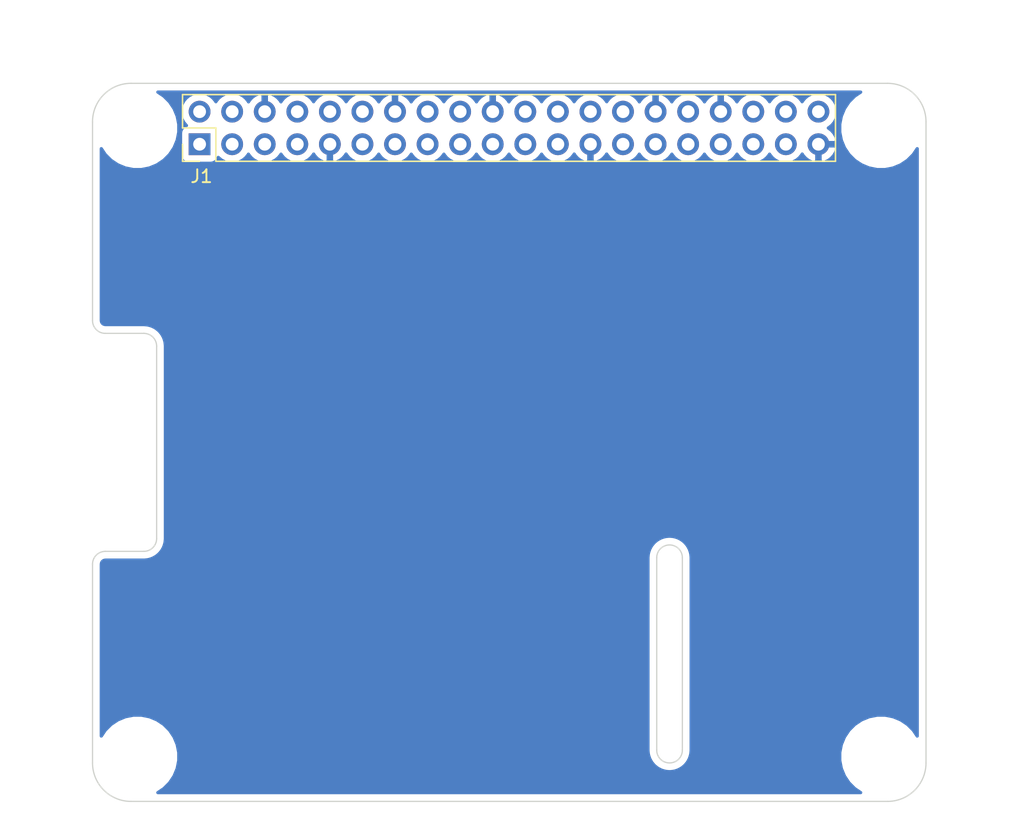
<source format=kicad_pcb>
(kicad_pcb (version 20171130) (host pcbnew "(5.1.2)-2")

  (general
    (thickness 1.6)
    (drawings 36)
    (tracks 0)
    (zones 0)
    (modules 5)
    (nets 34)
  )

  (page A4)
  (title_block
    (date 2019-09-24)
  )

  (layers
    (0 F.Cu signal)
    (31 B.Cu signal)
    (32 B.Adhes user)
    (33 F.Adhes user)
    (34 B.Paste user)
    (35 F.Paste user)
    (36 B.SilkS user)
    (37 F.SilkS user)
    (38 B.Mask user)
    (39 F.Mask user)
    (40 Dwgs.User user)
    (41 Cmts.User user)
    (42 Eco1.User user)
    (43 Eco2.User user)
    (44 Edge.Cuts user)
    (45 Margin user)
    (46 B.CrtYd user)
    (47 F.CrtYd user)
    (48 B.Fab user)
    (49 F.Fab user)
  )

  (setup
    (last_trace_width 0.25)
    (user_trace_width 0.01)
    (user_trace_width 0.02)
    (user_trace_width 0.05)
    (user_trace_width 0.1)
    (user_trace_width 0.2)
    (trace_clearance 0.2)
    (zone_clearance 0.508)
    (zone_45_only no)
    (trace_min 0.01)
    (via_size 0.6)
    (via_drill 0.4)
    (via_min_size 0.4)
    (via_min_drill 0.3)
    (uvia_size 0.3)
    (uvia_drill 0.1)
    (uvias_allowed no)
    (uvia_min_size 0.2)
    (uvia_min_drill 0.1)
    (edge_width 0.1)
    (segment_width 0.2)
    (pcb_text_width 0.3)
    (pcb_text_size 1.5 1.5)
    (mod_edge_width 0.15)
    (mod_text_size 1 1)
    (mod_text_width 0.15)
    (pad_size 2.75 2.75)
    (pad_drill 2.75)
    (pad_to_mask_clearance 0)
    (aux_axis_origin 0 0)
    (visible_elements 7FFEFFFF)
    (pcbplotparams
      (layerselection 0x00030_80000001)
      (usegerberextensions false)
      (usegerberattributes false)
      (usegerberadvancedattributes false)
      (creategerberjobfile false)
      (excludeedgelayer true)
      (linewidth 0.100000)
      (plotframeref false)
      (viasonmask false)
      (mode 1)
      (useauxorigin false)
      (hpglpennumber 1)
      (hpglpenspeed 20)
      (hpglpendiameter 15.000000)
      (psnegative false)
      (psa4output false)
      (plotreference true)
      (plotvalue true)
      (plotinvisibletext false)
      (padsonsilk false)
      (subtractmaskfromsilk false)
      (outputformat 1)
      (mirror false)
      (drillshape 0)
      (scaleselection 1)
      (outputdirectory "meta/"))
  )

  (net 0 "")
  (net 1 "Net-(J1-Pad3)")
  (net 2 "Net-(J1-Pad5)")
  (net 3 "Net-(J1-Pad7)")
  (net 4 "Net-(J1-Pad8)")
  (net 5 "Net-(J1-Pad10)")
  (net 6 "Net-(J1-Pad11)")
  (net 7 "Net-(J1-Pad12)")
  (net 8 "Net-(J1-Pad13)")
  (net 9 "Net-(J1-Pad15)")
  (net 10 "Net-(J1-Pad16)")
  (net 11 "Net-(J1-Pad18)")
  (net 12 "Net-(J1-Pad19)")
  (net 13 "Net-(J1-Pad21)")
  (net 14 "Net-(J1-Pad22)")
  (net 15 "Net-(J1-Pad23)")
  (net 16 "Net-(J1-Pad24)")
  (net 17 "Net-(J1-Pad26)")
  (net 18 "Net-(J1-Pad27)")
  (net 19 "Net-(J1-Pad28)")
  (net 20 "Net-(J1-Pad29)")
  (net 21 "Net-(J1-Pad31)")
  (net 22 "Net-(J1-Pad32)")
  (net 23 "Net-(J1-Pad33)")
  (net 24 "Net-(J1-Pad35)")
  (net 25 "Net-(J1-Pad36)")
  (net 26 "Net-(J1-Pad37)")
  (net 27 "Net-(J1-Pad38)")
  (net 28 "Net-(J1-Pad40)")
  (net 29 GND)
  (net 30 "Net-(J1-Pad1)")
  (net 31 "Net-(J1-Pad2)")
  (net 32 "Net-(J1-Pad4)")
  (net 33 "Net-(J1-Pad17)")

  (net_class Default "This is the default net class."
    (clearance 0.2)
    (trace_width 0.25)
    (via_dia 0.6)
    (via_drill 0.4)
    (uvia_dia 0.3)
    (uvia_drill 0.1)
    (add_net GND)
    (add_net "Net-(J1-Pad1)")
    (add_net "Net-(J1-Pad10)")
    (add_net "Net-(J1-Pad11)")
    (add_net "Net-(J1-Pad12)")
    (add_net "Net-(J1-Pad13)")
    (add_net "Net-(J1-Pad15)")
    (add_net "Net-(J1-Pad16)")
    (add_net "Net-(J1-Pad17)")
    (add_net "Net-(J1-Pad18)")
    (add_net "Net-(J1-Pad19)")
    (add_net "Net-(J1-Pad2)")
    (add_net "Net-(J1-Pad21)")
    (add_net "Net-(J1-Pad22)")
    (add_net "Net-(J1-Pad23)")
    (add_net "Net-(J1-Pad24)")
    (add_net "Net-(J1-Pad26)")
    (add_net "Net-(J1-Pad27)")
    (add_net "Net-(J1-Pad28)")
    (add_net "Net-(J1-Pad29)")
    (add_net "Net-(J1-Pad3)")
    (add_net "Net-(J1-Pad31)")
    (add_net "Net-(J1-Pad32)")
    (add_net "Net-(J1-Pad33)")
    (add_net "Net-(J1-Pad35)")
    (add_net "Net-(J1-Pad36)")
    (add_net "Net-(J1-Pad37)")
    (add_net "Net-(J1-Pad38)")
    (add_net "Net-(J1-Pad4)")
    (add_net "Net-(J1-Pad40)")
    (add_net "Net-(J1-Pad5)")
    (add_net "Net-(J1-Pad7)")
    (add_net "Net-(J1-Pad8)")
  )

  (module RPi_Hat:RPi_Hat_Mounting_Hole locked (layer F.Cu) (tedit 55217C7B) (tstamp 5515DEA9)
    (at 95.5 38)
    (descr "Mounting hole, Befestigungsbohrung, 2,7mm, No Annular, Kein Restring,")
    (tags "Mounting hole, Befestigungsbohrung, 2,7mm, No Annular, Kein Restring,")
    (fp_text reference "" (at 0 -4.0005) (layer F.SilkS) hide
      (effects (font (size 1 1) (thickness 0.15)))
    )
    (fp_text value "" (at 0.09906 3.59918) (layer F.Fab) hide
      (effects (font (size 1 1) (thickness 0.15)))
    )
    (fp_circle (center 0 0) (end 1.375 0) (layer F.Fab) (width 0.15))
    (fp_circle (center 0 0) (end 3.1 0) (layer F.Fab) (width 0.15))
    (fp_circle (center 0 0) (end 3.1 0) (layer B.Fab) (width 0.15))
    (fp_circle (center 0 0) (end 1.375 0) (layer B.Fab) (width 0.15))
    (fp_circle (center 0 0) (end 3.1 0) (layer F.CrtYd) (width 0.15))
    (fp_circle (center 0 0) (end 3.1 0) (layer B.CrtYd) (width 0.15))
    (pad "" np_thru_hole circle (at 0 0) (size 2.75 2.75) (drill 2.75) (layers *.Cu *.Mask)
      (solder_mask_margin 1.725) (clearance 1.725))
  )

  (module RPi_Hat:RPi_Hat_Mounting_Hole locked (layer F.Cu) (tedit 55217CCB) (tstamp 55169DC9)
    (at 95.5 87)
    (descr "Mounting hole, Befestigungsbohrung, 2,7mm, No Annular, Kein Restring,")
    (tags "Mounting hole, Befestigungsbohrung, 2,7mm, No Annular, Kein Restring,")
    (fp_text reference "" (at 0 -4.0005) (layer F.SilkS) hide
      (effects (font (size 1 1) (thickness 0.15)))
    )
    (fp_text value "" (at 0.09906 3.59918) (layer F.Fab) hide
      (effects (font (size 1 1) (thickness 0.15)))
    )
    (fp_circle (center 0 0) (end 1.375 0) (layer F.Fab) (width 0.15))
    (fp_circle (center 0 0) (end 3.1 0) (layer F.Fab) (width 0.15))
    (fp_circle (center 0 0) (end 3.1 0) (layer B.Fab) (width 0.15))
    (fp_circle (center 0 0) (end 1.375 0) (layer B.Fab) (width 0.15))
    (fp_circle (center 0 0) (end 3.1 0) (layer F.CrtYd) (width 0.15))
    (fp_circle (center 0 0) (end 3.1 0) (layer B.CrtYd) (width 0.15))
    (pad "" np_thru_hole circle (at 0 0) (size 2.75 2.75) (drill 2.75) (layers *.Cu *.Mask)
      (solder_mask_margin 1.725) (clearance 1.725))
  )

  (module RPi_Hat:RPi_Hat_Mounting_Hole locked (layer F.Cu) (tedit 55217CB9) (tstamp 5515DECC)
    (at 37.5 87)
    (descr "Mounting hole, Befestigungsbohrung, 2,7mm, No Annular, Kein Restring,")
    (tags "Mounting hole, Befestigungsbohrung, 2,7mm, No Annular, Kein Restring,")
    (fp_text reference "" (at 0 -4.0005) (layer F.SilkS) hide
      (effects (font (size 1 1) (thickness 0.15)))
    )
    (fp_text value "" (at 0.09906 3.59918) (layer F.Fab) hide
      (effects (font (size 1 1) (thickness 0.15)))
    )
    (fp_circle (center 0 0) (end 1.375 0) (layer F.Fab) (width 0.15))
    (fp_circle (center 0 0) (end 3.1 0) (layer F.Fab) (width 0.15))
    (fp_circle (center 0 0) (end 3.1 0) (layer B.Fab) (width 0.15))
    (fp_circle (center 0 0) (end 1.375 0) (layer B.Fab) (width 0.15))
    (fp_circle (center 0 0) (end 3.1 0) (layer F.CrtYd) (width 0.15))
    (fp_circle (center 0 0) (end 3.1 0) (layer B.CrtYd) (width 0.15))
    (pad "" np_thru_hole circle (at 0 0) (size 2.75 2.75) (drill 2.75) (layers *.Cu *.Mask)
      (solder_mask_margin 1.725) (clearance 1.725))
  )

  (module RPi_Hat:RPi_Hat_Mounting_Hole locked (layer F.Cu) (tedit 55217CA2) (tstamp 5515DEBF)
    (at 37.5 38)
    (descr "Mounting hole, Befestigungsbohrung, 2,7mm, No Annular, Kein Restring,")
    (tags "Mounting hole, Befestigungsbohrung, 2,7mm, No Annular, Kein Restring,")
    (fp_text reference "" (at 0 -4.0005) (layer F.SilkS) hide
      (effects (font (size 1 1) (thickness 0.15)))
    )
    (fp_text value "" (at 0.09906 3.59918) (layer F.Fab) hide
      (effects (font (size 1 1) (thickness 0.15)))
    )
    (fp_circle (center 0 0) (end 1.375 0) (layer F.Fab) (width 0.15))
    (fp_circle (center 0 0) (end 3.1 0) (layer F.Fab) (width 0.15))
    (fp_circle (center 0 0) (end 3.1 0) (layer B.Fab) (width 0.15))
    (fp_circle (center 0 0) (end 1.375 0) (layer B.Fab) (width 0.15))
    (fp_circle (center 0 0) (end 3.1 0) (layer F.CrtYd) (width 0.15))
    (fp_circle (center 0 0) (end 3.1 0) (layer B.CrtYd) (width 0.15))
    (pad "" np_thru_hole circle (at 0 0) (size 2.75 2.75) (drill 2.75) (layers *.Cu *.Mask)
      (solder_mask_margin 1.725) (clearance 1.725))
  )

  (module Connector_PinHeader_2.54mm:PinHeader_2x20_P2.54mm_Vertical (layer F.Cu) (tedit 59FED5CC) (tstamp 5D89FD4C)
    (at 42.35 39.25 90)
    (descr "Through hole straight pin header, 2x20, 2.54mm pitch, double rows")
    (tags "Through hole pin header THT 2x20 2.54mm double row")
    (path /5D8A302A)
    (fp_text reference J1 (at -2.5 0.15 180) (layer F.SilkS)
      (effects (font (size 1 1) (thickness 0.15)))
    )
    (fp_text value Raspberry_Pi_2_3 (at 1.27 50.59 90) (layer F.Fab)
      (effects (font (size 1 1) (thickness 0.15)))
    )
    (fp_line (start 0 -1.27) (end 3.81 -1.27) (layer F.Fab) (width 0.1))
    (fp_line (start 3.81 -1.27) (end 3.81 49.53) (layer F.Fab) (width 0.1))
    (fp_line (start 3.81 49.53) (end -1.27 49.53) (layer F.Fab) (width 0.1))
    (fp_line (start -1.27 49.53) (end -1.27 0) (layer F.Fab) (width 0.1))
    (fp_line (start -1.27 0) (end 0 -1.27) (layer F.Fab) (width 0.1))
    (fp_line (start -1.33 49.59) (end 3.87 49.59) (layer F.SilkS) (width 0.12))
    (fp_line (start -1.33 1.27) (end -1.33 49.59) (layer F.SilkS) (width 0.12))
    (fp_line (start 3.87 -1.33) (end 3.87 49.59) (layer F.SilkS) (width 0.12))
    (fp_line (start -1.33 1.27) (end 1.27 1.27) (layer F.SilkS) (width 0.12))
    (fp_line (start 1.27 1.27) (end 1.27 -1.33) (layer F.SilkS) (width 0.12))
    (fp_line (start 1.27 -1.33) (end 3.87 -1.33) (layer F.SilkS) (width 0.12))
    (fp_line (start -1.33 0) (end -1.33 -1.33) (layer F.SilkS) (width 0.12))
    (fp_line (start -1.33 -1.33) (end 0 -1.33) (layer F.SilkS) (width 0.12))
    (fp_line (start -1.8 -1.8) (end -1.8 50.05) (layer F.CrtYd) (width 0.05))
    (fp_line (start -1.8 50.05) (end 4.35 50.05) (layer F.CrtYd) (width 0.05))
    (fp_line (start 4.35 50.05) (end 4.35 -1.8) (layer F.CrtYd) (width 0.05))
    (fp_line (start 4.35 -1.8) (end -1.8 -1.8) (layer F.CrtYd) (width 0.05))
    (fp_text user %R (at 1.27 24.13) (layer F.Fab)
      (effects (font (size 1 1) (thickness 0.15)))
    )
    (pad 1 thru_hole rect (at 0 0 90) (size 1.7 1.7) (drill 1) (layers *.Cu *.Mask)
      (net 30 "Net-(J1-Pad1)"))
    (pad 2 thru_hole oval (at 2.54 0 90) (size 1.7 1.7) (drill 1) (layers *.Cu *.Mask)
      (net 31 "Net-(J1-Pad2)"))
    (pad 3 thru_hole oval (at 0 2.54 90) (size 1.7 1.7) (drill 1) (layers *.Cu *.Mask)
      (net 1 "Net-(J1-Pad3)"))
    (pad 4 thru_hole oval (at 2.54 2.54 90) (size 1.7 1.7) (drill 1) (layers *.Cu *.Mask)
      (net 32 "Net-(J1-Pad4)"))
    (pad 5 thru_hole oval (at 0 5.08 90) (size 1.7 1.7) (drill 1) (layers *.Cu *.Mask)
      (net 2 "Net-(J1-Pad5)"))
    (pad 6 thru_hole oval (at 2.54 5.08 90) (size 1.7 1.7) (drill 1) (layers *.Cu *.Mask)
      (net 29 GND))
    (pad 7 thru_hole oval (at 0 7.62 90) (size 1.7 1.7) (drill 1) (layers *.Cu *.Mask)
      (net 3 "Net-(J1-Pad7)"))
    (pad 8 thru_hole oval (at 2.54 7.62 90) (size 1.7 1.7) (drill 1) (layers *.Cu *.Mask)
      (net 4 "Net-(J1-Pad8)"))
    (pad 9 thru_hole oval (at 0 10.16 90) (size 1.7 1.7) (drill 1) (layers *.Cu *.Mask)
      (net 29 GND))
    (pad 10 thru_hole oval (at 2.54 10.16 90) (size 1.7 1.7) (drill 1) (layers *.Cu *.Mask)
      (net 5 "Net-(J1-Pad10)"))
    (pad 11 thru_hole oval (at 0 12.7 90) (size 1.7 1.7) (drill 1) (layers *.Cu *.Mask)
      (net 6 "Net-(J1-Pad11)"))
    (pad 12 thru_hole oval (at 2.54 12.7 90) (size 1.7 1.7) (drill 1) (layers *.Cu *.Mask)
      (net 7 "Net-(J1-Pad12)"))
    (pad 13 thru_hole oval (at 0 15.24 90) (size 1.7 1.7) (drill 1) (layers *.Cu *.Mask)
      (net 8 "Net-(J1-Pad13)"))
    (pad 14 thru_hole oval (at 2.54 15.24 90) (size 1.7 1.7) (drill 1) (layers *.Cu *.Mask)
      (net 29 GND))
    (pad 15 thru_hole oval (at 0 17.78 90) (size 1.7 1.7) (drill 1) (layers *.Cu *.Mask)
      (net 9 "Net-(J1-Pad15)"))
    (pad 16 thru_hole oval (at 2.54 17.78 90) (size 1.7 1.7) (drill 1) (layers *.Cu *.Mask)
      (net 10 "Net-(J1-Pad16)"))
    (pad 17 thru_hole oval (at 0 20.32 90) (size 1.7 1.7) (drill 1) (layers *.Cu *.Mask)
      (net 33 "Net-(J1-Pad17)"))
    (pad 18 thru_hole oval (at 2.54 20.32 90) (size 1.7 1.7) (drill 1) (layers *.Cu *.Mask)
      (net 11 "Net-(J1-Pad18)"))
    (pad 19 thru_hole oval (at 0 22.86 90) (size 1.7 1.7) (drill 1) (layers *.Cu *.Mask)
      (net 12 "Net-(J1-Pad19)"))
    (pad 20 thru_hole oval (at 2.54 22.86 90) (size 1.7 1.7) (drill 1) (layers *.Cu *.Mask)
      (net 29 GND))
    (pad 21 thru_hole oval (at 0 25.4 90) (size 1.7 1.7) (drill 1) (layers *.Cu *.Mask)
      (net 13 "Net-(J1-Pad21)"))
    (pad 22 thru_hole oval (at 2.54 25.4 90) (size 1.7 1.7) (drill 1) (layers *.Cu *.Mask)
      (net 14 "Net-(J1-Pad22)"))
    (pad 23 thru_hole oval (at 0 27.94 90) (size 1.7 1.7) (drill 1) (layers *.Cu *.Mask)
      (net 15 "Net-(J1-Pad23)"))
    (pad 24 thru_hole oval (at 2.54 27.94 90) (size 1.7 1.7) (drill 1) (layers *.Cu *.Mask)
      (net 16 "Net-(J1-Pad24)"))
    (pad 25 thru_hole oval (at 0 30.48 90) (size 1.7 1.7) (drill 1) (layers *.Cu *.Mask)
      (net 29 GND))
    (pad 26 thru_hole oval (at 2.54 30.48 90) (size 1.7 1.7) (drill 1) (layers *.Cu *.Mask)
      (net 17 "Net-(J1-Pad26)"))
    (pad 27 thru_hole oval (at 0 33.02 90) (size 1.7 1.7) (drill 1) (layers *.Cu *.Mask)
      (net 18 "Net-(J1-Pad27)"))
    (pad 28 thru_hole oval (at 2.54 33.02 90) (size 1.7 1.7) (drill 1) (layers *.Cu *.Mask)
      (net 19 "Net-(J1-Pad28)"))
    (pad 29 thru_hole oval (at 0 35.56 90) (size 1.7 1.7) (drill 1) (layers *.Cu *.Mask)
      (net 20 "Net-(J1-Pad29)"))
    (pad 30 thru_hole oval (at 2.54 35.56 90) (size 1.7 1.7) (drill 1) (layers *.Cu *.Mask)
      (net 29 GND))
    (pad 31 thru_hole oval (at 0 38.1 90) (size 1.7 1.7) (drill 1) (layers *.Cu *.Mask)
      (net 21 "Net-(J1-Pad31)"))
    (pad 32 thru_hole oval (at 2.54 38.1 90) (size 1.7 1.7) (drill 1) (layers *.Cu *.Mask)
      (net 22 "Net-(J1-Pad32)"))
    (pad 33 thru_hole oval (at 0 40.64 90) (size 1.7 1.7) (drill 1) (layers *.Cu *.Mask)
      (net 23 "Net-(J1-Pad33)"))
    (pad 34 thru_hole oval (at 2.54 40.64 90) (size 1.7 1.7) (drill 1) (layers *.Cu *.Mask)
      (net 29 GND))
    (pad 35 thru_hole oval (at 0 43.18 90) (size 1.7 1.7) (drill 1) (layers *.Cu *.Mask)
      (net 24 "Net-(J1-Pad35)"))
    (pad 36 thru_hole oval (at 2.54 43.18 90) (size 1.7 1.7) (drill 1) (layers *.Cu *.Mask)
      (net 25 "Net-(J1-Pad36)"))
    (pad 37 thru_hole oval (at 0 45.72 90) (size 1.7 1.7) (drill 1) (layers *.Cu *.Mask)
      (net 26 "Net-(J1-Pad37)"))
    (pad 38 thru_hole oval (at 2.54 45.72 90) (size 1.7 1.7) (drill 1) (layers *.Cu *.Mask)
      (net 27 "Net-(J1-Pad38)"))
    (pad 39 thru_hole oval (at 0 48.26 90) (size 1.7 1.7) (drill 1) (layers *.Cu *.Mask)
      (net 29 GND))
    (pad 40 thru_hole oval (at 2.54 48.26 90) (size 1.7 1.7) (drill 1) (layers *.Cu *.Mask)
      (net 28 "Net-(J1-Pad40)"))
    (model ${KISYS3DMOD}/Connector_PinHeader_2.54mm.3dshapes/PinHeader_2x20_P2.54mm_Vertical.wrl
      (at (xyz 0 0 0))
      (scale (xyz 1 1 1))
      (rotate (xyz 0 0 0))
    )
  )

  (dimension 2.75 (width 0.15) (layer Dwgs.User)
    (gr_text "2.750 mm" (at 37.5 93.3) (layer Dwgs.User)
      (effects (font (size 1 1) (thickness 0.15)))
    )
    (feature1 (pts (xy 36.125 87) (xy 36.125 92.586421)))
    (feature2 (pts (xy 38.875 87) (xy 38.875 92.586421)))
    (crossbar (pts (xy 38.875 92) (xy 36.125 92)))
    (arrow1a (pts (xy 36.125 92) (xy 37.251504 91.413579)))
    (arrow1b (pts (xy 36.125 92) (xy 37.251504 92.586421)))
    (arrow2a (pts (xy 38.875 92) (xy 37.748496 91.413579)))
    (arrow2b (pts (xy 38.875 92) (xy 37.748496 92.586421)))
  )
  (dimension 3 (width 0.15) (layer Dwgs.User)
    (gr_text "3.000 mm" (at 82.8 89 270) (layer Dwgs.User)
      (effects (font (size 1 1) (thickness 0.15)))
    )
    (feature1 (pts (xy 79 90.5) (xy 82.086421 90.5)))
    (feature2 (pts (xy 79 87.5) (xy 82.086421 87.5)))
    (crossbar (pts (xy 81.5 87.5) (xy 81.5 90.5)))
    (arrow1a (pts (xy 81.5 90.5) (xy 80.913579 89.373496)))
    (arrow1b (pts (xy 81.5 90.5) (xy 82.086421 89.373496)))
    (arrow2a (pts (xy 81.5 87.5) (xy 80.913579 88.626504)))
    (arrow2b (pts (xy 81.5 87.5) (xy 82.086421 88.626504)))
  )
  (dimension 3.5 (width 0.15) (layer Dwgs.User)
    (gr_text "3.500 mm hole center to board edge" (at 90.45 88.75 270) (layer Dwgs.User)
      (effects (font (size 1 1) (thickness 0.15)))
    )
    (feature1 (pts (xy 95.5 90.5) (xy 91.163579 90.5)))
    (feature2 (pts (xy 95.5 87) (xy 91.163579 87)))
    (crossbar (pts (xy 91.75 87) (xy 91.75 90.5)))
    (arrow1a (pts (xy 91.75 90.5) (xy 91.163579 89.373496)))
    (arrow1b (pts (xy 91.75 90.5) (xy 92.336421 89.373496)))
    (arrow2a (pts (xy 91.75 87) (xy 91.163579 88.126504)))
    (arrow2b (pts (xy 91.75 87) (xy 92.336421 88.126504)))
  )
  (dimension 3 (width 0.15) (layer Dwgs.User)
    (gr_text "3.000 mm arc radius" (at 99.05 89 270) (layer Dwgs.User)
      (effects (font (size 1 1) (thickness 0.15)))
    )
    (feature1 (pts (xy 96 90.5) (xy 98.336421 90.5)))
    (feature2 (pts (xy 96 87.5) (xy 98.336421 87.5)))
    (crossbar (pts (xy 97.75 87.5) (xy 97.75 90.5)))
    (arrow1a (pts (xy 97.75 90.5) (xy 97.163579 89.373496)))
    (arrow1b (pts (xy 97.75 90.5) (xy 98.336421 89.373496)))
    (arrow2a (pts (xy 97.75 87.5) (xy 97.163579 88.626504)))
    (arrow2b (pts (xy 97.75 87.5) (xy 98.336421 88.626504)))
  )
  (gr_line (start 96 90.5) (end 96 87.5) (layer Dwgs.User) (width 0.15))
  (gr_line (start 99 87.5) (end 96 87.5) (layer Dwgs.User) (width 0.15))
  (dimension 65 (width 0.15) (layer Dwgs.User)
    (gr_text "65.000 mm" (at 66.5 28.7) (layer Dwgs.User)
      (effects (font (size 1 1) (thickness 0.15)))
    )
    (feature1 (pts (xy 34 37.5) (xy 34 29.413579)))
    (feature2 (pts (xy 99 37.5) (xy 99 29.413579)))
    (crossbar (pts (xy 99 30) (xy 34 30)))
    (arrow1a (pts (xy 34 30) (xy 35.126504 29.413579)))
    (arrow1b (pts (xy 34 30) (xy 35.126504 30.586421)))
    (arrow2a (pts (xy 99 30) (xy 97.873496 29.413579)))
    (arrow2b (pts (xy 99 30) (xy 97.873496 30.586421)))
  )
  (dimension 58 (width 0.15) (layer Dwgs.User)
    (gr_text "58.000 mm" (at 66.5 31.7) (layer Dwgs.User)
      (effects (font (size 1 1) (thickness 0.15)))
    )
    (feature1 (pts (xy 95.5 38) (xy 95.5 32.413579)))
    (feature2 (pts (xy 37.5 38) (xy 37.5 32.413579)))
    (crossbar (pts (xy 37.5 33) (xy 95.5 33)))
    (arrow1a (pts (xy 95.5 33) (xy 94.373496 33.586421)))
    (arrow1b (pts (xy 95.5 33) (xy 94.373496 32.413579)))
    (arrow2a (pts (xy 37.5 33) (xy 38.626504 33.586421)))
    (arrow2b (pts (xy 37.5 33) (xy 38.626504 32.413579)))
  )
  (dimension 5 (width 0.15) (layer Dwgs.User)
    (gr_text "5.000 mm" (at 36.5 56.3) (layer Dwgs.User)
      (effects (font (size 1 1) (thickness 0.15)))
    )
    (feature1 (pts (xy 39 53) (xy 39 55.586421)))
    (feature2 (pts (xy 34 53) (xy 34 55.586421)))
    (crossbar (pts (xy 34 55) (xy 39 55)))
    (arrow1a (pts (xy 39 55) (xy 37.873496 55.586421)))
    (arrow1b (pts (xy 39 55) (xy 37.873496 54.413579)))
    (arrow2a (pts (xy 34 55) (xy 35.126504 55.586421)))
    (arrow2b (pts (xy 34 55) (xy 35.126504 54.413579)))
  )
  (dimension 19.5 (width 0.15) (layer Dwgs.User)
    (gr_text "19.500 mm" (at 30.45 44.25 90) (layer Dwgs.User)
      (effects (font (size 1 1) (thickness 0.15)))
    )
    (feature1 (pts (xy 37.5 34.5) (xy 31.163579 34.5)))
    (feature2 (pts (xy 37.5 54) (xy 31.163579 54)))
    (crossbar (pts (xy 31.75 54) (xy 31.75 34.5)))
    (arrow1a (pts (xy 31.75 34.5) (xy 32.336421 35.626504)))
    (arrow1b (pts (xy 31.75 34.5) (xy 31.163579 35.626504)))
    (arrow2a (pts (xy 31.75 54) (xy 32.336421 52.873496)))
    (arrow2b (pts (xy 31.75 54) (xy 31.163579 52.873496)))
  )
  (dimension 17 (width 0.15) (layer Dwgs.User)
    (gr_text "17.000 mm" (at 30.45 62.5 90) (layer Dwgs.User)
      (effects (font (size 1 1) (thickness 0.15)))
    )
    (feature1 (pts (xy 37.5 54) (xy 31.163579 54)))
    (feature2 (pts (xy 37.5 71) (xy 31.163579 71)))
    (crossbar (pts (xy 31.75 71) (xy 31.75 54)))
    (arrow1a (pts (xy 31.75 54) (xy 32.336421 55.126504)))
    (arrow1b (pts (xy 31.75 54) (xy 31.163579 55.126504)))
    (arrow2a (pts (xy 31.75 71) (xy 32.336421 69.873496)))
    (arrow2b (pts (xy 31.75 71) (xy 31.163579 69.873496)))
  )
  (dimension 19.5 (width 0.15) (layer Dwgs.User)
    (gr_text "19.500 mm" (at 30.45 80.75 90) (layer Dwgs.User)
      (effects (font (size 1 1) (thickness 0.15)))
    )
    (feature1 (pts (xy 37.5 71) (xy 31.163579 71)))
    (feature2 (pts (xy 37.5 90.5) (xy 31.163579 90.5)))
    (crossbar (pts (xy 31.75 90.5) (xy 31.75 71)))
    (arrow1a (pts (xy 31.75 71) (xy 32.336421 72.126504)))
    (arrow1b (pts (xy 31.75 71) (xy 31.163579 72.126504)))
    (arrow2a (pts (xy 31.75 90.5) (xy 32.336421 89.373496)))
    (arrow2b (pts (xy 31.75 90.5) (xy 31.163579 89.373496)))
  )
  (dimension 49 (width 0.15) (layer Dwgs.User)
    (gr_text "49.000 mm" (at 102.8 62.5 90) (layer Dwgs.User)
      (effects (font (size 1 1) (thickness 0.15)))
    )
    (feature1 (pts (xy 95.5 38) (xy 102.086421 38)))
    (feature2 (pts (xy 95.5 87) (xy 102.086421 87)))
    (crossbar (pts (xy 101.5 87) (xy 101.5 38)))
    (arrow1a (pts (xy 101.5 38) (xy 102.086421 39.126504)))
    (arrow1b (pts (xy 101.5 38) (xy 100.913579 39.126504)))
    (arrow2a (pts (xy 101.5 87) (xy 102.086421 85.873496)))
    (arrow2b (pts (xy 101.5 87) (xy 100.913579 85.873496)))
  )
  (dimension 56 (width 0.15) (layer Dwgs.User)
    (gr_text "56.000 mm" (at 105.3 62.5 90) (layer Dwgs.User)
      (effects (font (size 1 1) (thickness 0.15)))
    )
    (feature1 (pts (xy 96 34.5) (xy 104.586421 34.5)))
    (feature2 (pts (xy 96 90.5) (xy 104.586421 90.5)))
    (crossbar (pts (xy 104 90.5) (xy 104 34.5)))
    (arrow1a (pts (xy 104 34.5) (xy 104.586421 35.626504)))
    (arrow1b (pts (xy 104 34.5) (xy 103.413579 35.626504)))
    (arrow2a (pts (xy 104 90.5) (xy 104.586421 89.373496)))
    (arrow2b (pts (xy 104 90.5) (xy 103.413579 89.373496)))
  )
  (dimension 17 (width 0.15) (layer Dwgs.User)
    (gr_text "17.000 mm" (at 82.8 79 270) (layer Dwgs.User)
      (effects (font (size 1 1) (thickness 0.15)))
    )
    (feature1 (pts (xy 79 87.5) (xy 82.086421 87.5)))
    (feature2 (pts (xy 79 70.5) (xy 82.086421 70.5)))
    (crossbar (pts (xy 81.5 70.5) (xy 81.5 87.5)))
    (arrow1a (pts (xy 81.5 87.5) (xy 80.913579 86.373496)))
    (arrow1b (pts (xy 81.5 87.5) (xy 82.086421 86.373496)))
    (arrow2a (pts (xy 81.5 70.5) (xy 80.913579 71.626504)))
    (arrow2b (pts (xy 81.5 70.5) (xy 82.086421 71.626504)))
  )
  (dimension 2 (width 0.15) (layer Dwgs.User)
    (gr_text "2.000 mm" (at 79 68.2) (layer Dwgs.User)
      (effects (font (size 1 1) (thickness 0.15)))
    )
    (feature1 (pts (xy 80 71.5) (xy 80 68.913579)))
    (feature2 (pts (xy 78 71.5) (xy 78 68.913579)))
    (crossbar (pts (xy 78 69.5) (xy 80 69.5)))
    (arrow1a (pts (xy 80 69.5) (xy 78.873496 70.086421)))
    (arrow1b (pts (xy 80 69.5) (xy 78.873496 68.913579)))
    (arrow2a (pts (xy 78 69.5) (xy 79.126504 70.086421)))
    (arrow2b (pts (xy 78 69.5) (xy 79.126504 68.913579)))
  )
  (gr_arc (start 96 37.5) (end 96 34.5) (angle 90) (layer Edge.Cuts) (width 0.1) (tstamp 5516A74C))
  (gr_line (start 37 34.5) (end 96 34.5) (angle 90) (layer Edge.Cuts) (width 0.1) (tstamp 5516A726))
  (gr_arc (start 37 37.5) (end 34 37.5) (angle 90) (layer Edge.Cuts) (width 0.1) (tstamp 5516A6F0))
  (gr_arc (start 79 86.5) (end 78 86.5) (angle -180) (layer Edge.Cuts) (width 0.1) (tstamp 5515DF03))
  (gr_arc (start 79 71.5) (end 78 71.5) (angle 180) (layer Edge.Cuts) (width 0.1))
  (gr_line (start 80 71.5) (end 80 86.5) (angle 90) (layer Edge.Cuts) (width 0.1) (tstamp 5515DEFA))
  (gr_line (start 78 71.5) (end 78 86.5) (angle 90) (layer Edge.Cuts) (width 0.1))
  (gr_arc (start 35 72) (end 34 72) (angle 90) (layer Edge.Cuts) (width 0.1) (tstamp 5515814F))
  (gr_arc (start 38 70) (end 39 70) (angle 90) (layer Edge.Cuts) (width 0.1) (tstamp 5515812E))
  (gr_arc (start 38 55) (end 38 54) (angle 90) (layer Edge.Cuts) (width 0.1) (tstamp 5515810E))
  (gr_arc (start 35 53) (end 35 54) (angle 90) (layer Edge.Cuts) (width 0.1) (tstamp 55158090))
  (gr_arc (start 96 87.5) (end 99 87.5) (angle 90) (layer Edge.Cuts) (width 0.1) (tstamp 55157FFB))
  (gr_arc (start 37 87.5) (end 37 90.5) (angle 90) (layer Edge.Cuts) (width 0.1) (tstamp 55157FCE))
  (gr_line (start 34 72) (end 34 87.5) (layer Edge.Cuts) (width 0.1))
  (gr_line (start 34 37.5) (end 34 53) (layer Edge.Cuts) (width 0.1))
  (gr_line (start 35 71) (end 38 71) (layer Edge.Cuts) (width 0.1))
  (gr_line (start 35 54) (end 38 54) (layer Edge.Cuts) (width 0.1))
  (gr_line (start 39 55) (end 39 70) (layer Edge.Cuts) (width 0.1))
  (gr_line (start 37 90.5) (end 96 90.5) (angle 90) (layer Edge.Cuts) (width 0.1))
  (gr_line (start 99 37.5) (end 99 87.5) (angle 90) (layer Edge.Cuts) (width 0.1))

  (zone (net 29) (net_name GND) (layer B.Cu) (tstamp 0) (hatch edge 0.508)
    (connect_pads (clearance 0.508))
    (min_thickness 0.254)
    (fill yes (arc_segments 32) (thermal_gap 0.508) (thermal_bridge_width 0.508))
    (polygon
      (pts
        (xy 99 34.5) (xy 99 90.5) (xy 34 90.5) (xy 34 34.5)
      )
    )
    (filled_polygon
      (pts
        (xy 93.442907 35.493425) (xy 92.993425 35.942907) (xy 92.64027 36.471442) (xy 92.397012 37.058719) (xy 92.273 37.682168)
        (xy 92.273 38.317832) (xy 92.397012 38.941281) (xy 92.64027 39.528558) (xy 92.993425 40.057093) (xy 93.442907 40.506575)
        (xy 93.971442 40.85973) (xy 94.558719 41.102988) (xy 95.182168 41.227) (xy 95.817832 41.227) (xy 96.441281 41.102988)
        (xy 97.028558 40.85973) (xy 97.557093 40.506575) (xy 98.006575 40.057093) (xy 98.315 39.595501) (xy 98.315001 85.4045)
        (xy 98.006575 84.942907) (xy 97.557093 84.493425) (xy 97.028558 84.14027) (xy 96.441281 83.897012) (xy 95.817832 83.773)
        (xy 95.182168 83.773) (xy 94.558719 83.897012) (xy 93.971442 84.14027) (xy 93.442907 84.493425) (xy 92.993425 84.942907)
        (xy 92.64027 85.471442) (xy 92.397012 86.058719) (xy 92.273 86.682168) (xy 92.273 87.317832) (xy 92.397012 87.941281)
        (xy 92.64027 88.528558) (xy 92.993425 89.057093) (xy 93.442907 89.506575) (xy 93.904499 89.815) (xy 39.095501 89.815)
        (xy 39.557093 89.506575) (xy 40.006575 89.057093) (xy 40.35973 88.528558) (xy 40.602988 87.941281) (xy 40.727 87.317832)
        (xy 40.727 86.682168) (xy 40.602988 86.058719) (xy 40.35973 85.471442) (xy 40.006575 84.942907) (xy 39.557093 84.493425)
        (xy 39.028558 84.14027) (xy 38.441281 83.897012) (xy 37.817832 83.773) (xy 37.182168 83.773) (xy 36.558719 83.897012)
        (xy 35.971442 84.14027) (xy 35.442907 84.493425) (xy 34.993425 84.942907) (xy 34.685 85.404499) (xy 34.685 72.033505)
        (xy 34.694222 71.939453) (xy 34.711805 71.881214) (xy 34.740366 71.827499) (xy 34.778816 71.780354) (xy 34.825691 71.741576)
        (xy 34.879204 71.712642) (xy 34.937323 71.694651) (xy 35.029145 71.685) (xy 38.033647 71.685) (xy 38.062955 71.682113)
        (xy 38.069066 71.682156) (xy 38.078585 71.681223) (xy 38.272682 71.660822) (xy 38.333496 71.648339) (xy 38.394481 71.636705)
        (xy 38.403637 71.633941) (xy 38.590075 71.576229) (xy 38.647279 71.552182) (xy 38.704873 71.528913) (xy 38.713317 71.524423)
        (xy 38.820713 71.466354) (xy 77.315 71.466354) (xy 77.315001 86.533647) (xy 77.318366 86.567812) (xy 77.318366 86.580806)
        (xy 77.319366 86.590318) (xy 77.341121 86.784268) (xy 77.354025 86.844976) (xy 77.366089 86.905901) (xy 77.368917 86.915038)
        (xy 77.42793 87.101068) (xy 77.452377 87.158105) (xy 77.476046 87.215531) (xy 77.480595 87.223944) (xy 77.574617 87.394969)
        (xy 77.609692 87.446194) (xy 77.64405 87.497906) (xy 77.650146 87.505276) (xy 77.775596 87.654782) (xy 77.819974 87.69824)
        (xy 77.863703 87.742275) (xy 77.871109 87.748315) (xy 77.871113 87.748319) (xy 77.871115 87.74832) (xy 78.023214 87.870611)
        (xy 78.075139 87.904589) (xy 78.126632 87.939322) (xy 78.135077 87.943812) (xy 78.308033 88.034232) (xy 78.36559 88.057487)
        (xy 78.422835 88.08155) (xy 78.431991 88.084315) (xy 78.619217 88.139418) (xy 78.680218 88.151054) (xy 78.741015 88.163534)
        (xy 78.750533 88.164468) (xy 78.944895 88.182157) (xy 79.006986 88.181723) (xy 79.069066 88.182156) (xy 79.078585 88.181223)
        (xy 79.272682 88.160822) (xy 79.333496 88.148339) (xy 79.394481 88.136705) (xy 79.403637 88.133941) (xy 79.590075 88.076229)
        (xy 79.647279 88.052182) (xy 79.704873 88.028913) (xy 79.713317 88.024423) (xy 79.884994 87.931598) (xy 79.936468 87.896878)
        (xy 79.988418 87.862883) (xy 79.995829 87.856839) (xy 80.146207 87.732435) (xy 80.189973 87.688362) (xy 80.234311 87.644943)
        (xy 80.240408 87.637574) (xy 80.363758 87.486332) (xy 80.398126 87.434603) (xy 80.433191 87.383392) (xy 80.437739 87.374981)
        (xy 80.43774 87.37498) (xy 80.437742 87.374976) (xy 80.529366 87.202657) (xy 80.553022 87.145261) (xy 80.577482 87.088193)
        (xy 80.58031 87.079056) (xy 80.636719 86.89222) (xy 80.64878 86.83131) (xy 80.661686 86.770591) (xy 80.662686 86.761079)
        (xy 80.681731 86.566845) (xy 80.681731 86.566837) (xy 80.685 86.533647) (xy 80.685 71.466353) (xy 80.681633 71.432169)
        (xy 80.681633 71.419193) (xy 80.680634 71.409681) (xy 80.658879 71.215732) (xy 80.645975 71.155024) (xy 80.633911 71.094099)
        (xy 80.631083 71.084962) (xy 80.57207 70.898932) (xy 80.547618 70.841882) (xy 80.523954 70.78447) (xy 80.519405 70.776056)
        (xy 80.425383 70.605031) (xy 80.39031 70.553809) (xy 80.355951 70.502094) (xy 80.349854 70.494724) (xy 80.224404 70.345218)
        (xy 80.180046 70.301779) (xy 80.136297 70.257724) (xy 80.128885 70.251679) (xy 79.976785 70.129389) (xy 79.924845 70.095401)
        (xy 79.873367 70.060678) (xy 79.864923 70.056187) (xy 79.691967 69.965768) (xy 79.63441 69.942513) (xy 79.577165 69.91845)
        (xy 79.568009 69.915685) (xy 79.380783 69.860582) (xy 79.319775 69.848945) (xy 79.258985 69.836466) (xy 79.249466 69.835532)
        (xy 79.055105 69.817843) (xy 78.992981 69.818277) (xy 78.930933 69.817844) (xy 78.921426 69.818776) (xy 78.921419 69.818776)
        (xy 78.921413 69.818777) (xy 78.727318 69.839178) (xy 78.666504 69.851661) (xy 78.605519 69.863295) (xy 78.596363 69.866059)
        (xy 78.409925 69.923771) (xy 78.352692 69.94783) (xy 78.295127 69.971087) (xy 78.286682 69.975577) (xy 78.115006 70.068402)
        (xy 78.063532 70.103122) (xy 78.011582 70.137117) (xy 78.00417 70.143162) (xy 77.853793 70.267565) (xy 77.810027 70.311638)
        (xy 77.765689 70.355057) (xy 77.759592 70.362426) (xy 77.636242 70.513668) (xy 77.601881 70.565386) (xy 77.566809 70.616607)
        (xy 77.56226 70.62502) (xy 77.470635 70.797343) (xy 77.446978 70.854739) (xy 77.422519 70.911807) (xy 77.41969 70.920943)
        (xy 77.363281 71.10778) (xy 77.351219 71.168698) (xy 77.338314 71.22941) (xy 77.337314 71.238922) (xy 77.318269 71.433155)
        (xy 77.318269 71.433164) (xy 77.315 71.466354) (xy 38.820713 71.466354) (xy 38.884994 71.431598) (xy 38.936468 71.396878)
        (xy 38.988418 71.362883) (xy 38.995829 71.356839) (xy 39.146207 71.232435) (xy 39.189973 71.188362) (xy 39.234311 71.144943)
        (xy 39.240408 71.137574) (xy 39.363758 70.986332) (xy 39.398126 70.934603) (xy 39.433191 70.883392) (xy 39.437739 70.874981)
        (xy 39.43774 70.87498) (xy 39.437742 70.874976) (xy 39.529366 70.702657) (xy 39.553022 70.645261) (xy 39.577482 70.588193)
        (xy 39.58031 70.579056) (xy 39.636719 70.39222) (xy 39.64878 70.33131) (xy 39.661686 70.270591) (xy 39.662686 70.261079)
        (xy 39.681731 70.066845) (xy 39.681731 70.066837) (xy 39.685 70.033647) (xy 39.685 54.966353) (xy 39.682113 54.937045)
        (xy 39.682156 54.930933) (xy 39.681223 54.921415) (xy 39.660822 54.727318) (xy 39.648339 54.666504) (xy 39.636705 54.605519)
        (xy 39.633941 54.596363) (xy 39.576229 54.409925) (xy 39.55217 54.352692) (xy 39.528913 54.295127) (xy 39.524423 54.286682)
        (xy 39.431598 54.115006) (xy 39.396878 54.063532) (xy 39.362883 54.011582) (xy 39.356838 54.00417) (xy 39.232435 53.853793)
        (xy 39.188362 53.810027) (xy 39.144943 53.765689) (xy 39.137574 53.759592) (xy 38.986332 53.636242) (xy 38.934614 53.601881)
        (xy 38.883393 53.566809) (xy 38.87498 53.56226) (xy 38.702657 53.470635) (xy 38.645261 53.446978) (xy 38.588193 53.422519)
        (xy 38.579057 53.41969) (xy 38.39222 53.363281) (xy 38.331302 53.351219) (xy 38.27059 53.338314) (xy 38.261078 53.337314)
        (xy 38.066845 53.318269) (xy 38.066837 53.318269) (xy 38.033647 53.315) (xy 35.033505 53.315) (xy 34.939454 53.305778)
        (xy 34.881213 53.288194) (xy 34.8275 53.259635) (xy 34.780354 53.221183) (xy 34.741577 53.17431) (xy 34.712642 53.120796)
        (xy 34.694651 53.062677) (xy 34.685 52.970855) (xy 34.685 39.595501) (xy 34.993425 40.057093) (xy 35.442907 40.506575)
        (xy 35.971442 40.85973) (xy 36.558719 41.102988) (xy 37.182168 41.227) (xy 37.817832 41.227) (xy 38.441281 41.102988)
        (xy 39.028558 40.85973) (xy 39.557093 40.506575) (xy 40.006575 40.057093) (xy 40.35973 39.528558) (xy 40.602988 38.941281)
        (xy 40.727 38.317832) (xy 40.727 37.682168) (xy 40.602988 37.058719) (xy 40.458544 36.71) (xy 40.857815 36.71)
        (xy 40.886487 37.001111) (xy 40.971401 37.281034) (xy 41.109294 37.539014) (xy 41.294866 37.765134) (xy 41.324687 37.789607)
        (xy 41.25582 37.810498) (xy 41.145506 37.869463) (xy 41.048815 37.948815) (xy 40.969463 38.045506) (xy 40.910498 38.15582)
        (xy 40.874188 38.275518) (xy 40.861928 38.4) (xy 40.861928 40.1) (xy 40.874188 40.224482) (xy 40.910498 40.34418)
        (xy 40.969463 40.454494) (xy 41.048815 40.551185) (xy 41.145506 40.630537) (xy 41.25582 40.689502) (xy 41.375518 40.725812)
        (xy 41.5 40.738072) (xy 43.2 40.738072) (xy 43.324482 40.725812) (xy 43.44418 40.689502) (xy 43.554494 40.630537)
        (xy 43.651185 40.551185) (xy 43.730537 40.454494) (xy 43.789502 40.34418) (xy 43.810393 40.275313) (xy 43.834866 40.305134)
        (xy 44.060986 40.490706) (xy 44.318966 40.628599) (xy 44.598889 40.713513) (xy 44.81705 40.735) (xy 44.96295 40.735)
        (xy 45.181111 40.713513) (xy 45.461034 40.628599) (xy 45.719014 40.490706) (xy 45.945134 40.305134) (xy 46.130706 40.079014)
        (xy 46.16 40.024209) (xy 46.189294 40.079014) (xy 46.374866 40.305134) (xy 46.600986 40.490706) (xy 46.858966 40.628599)
        (xy 47.138889 40.713513) (xy 47.35705 40.735) (xy 47.50295 40.735) (xy 47.721111 40.713513) (xy 48.001034 40.628599)
        (xy 48.259014 40.490706) (xy 48.485134 40.305134) (xy 48.670706 40.079014) (xy 48.7 40.024209) (xy 48.729294 40.079014)
        (xy 48.914866 40.305134) (xy 49.140986 40.490706) (xy 49.398966 40.628599) (xy 49.678889 40.713513) (xy 49.89705 40.735)
        (xy 50.04295 40.735) (xy 50.261111 40.713513) (xy 50.541034 40.628599) (xy 50.799014 40.490706) (xy 51.025134 40.305134)
        (xy 51.210706 40.079014) (xy 51.245201 40.014477) (xy 51.314822 40.131355) (xy 51.509731 40.347588) (xy 51.74308 40.521641)
        (xy 52.005901 40.646825) (xy 52.15311 40.691476) (xy 52.383 40.570155) (xy 52.383 39.377) (xy 52.363 39.377)
        (xy 52.363 39.123) (xy 52.383 39.123) (xy 52.383 39.103) (xy 52.637 39.103) (xy 52.637 39.123)
        (xy 52.657 39.123) (xy 52.657 39.377) (xy 52.637 39.377) (xy 52.637 40.570155) (xy 52.86689 40.691476)
        (xy 53.014099 40.646825) (xy 53.27692 40.521641) (xy 53.510269 40.347588) (xy 53.705178 40.131355) (xy 53.774799 40.014477)
        (xy 53.809294 40.079014) (xy 53.994866 40.305134) (xy 54.220986 40.490706) (xy 54.478966 40.628599) (xy 54.758889 40.713513)
        (xy 54.97705 40.735) (xy 55.12295 40.735) (xy 55.341111 40.713513) (xy 55.621034 40.628599) (xy 55.879014 40.490706)
        (xy 56.105134 40.305134) (xy 56.290706 40.079014) (xy 56.32 40.024209) (xy 56.349294 40.079014) (xy 56.534866 40.305134)
        (xy 56.760986 40.490706) (xy 57.018966 40.628599) (xy 57.298889 40.713513) (xy 57.51705 40.735) (xy 57.66295 40.735)
        (xy 57.881111 40.713513) (xy 58.161034 40.628599) (xy 58.419014 40.490706) (xy 58.645134 40.305134) (xy 58.830706 40.079014)
        (xy 58.86 40.024209) (xy 58.889294 40.079014) (xy 59.074866 40.305134) (xy 59.300986 40.490706) (xy 59.558966 40.628599)
        (xy 59.838889 40.713513) (xy 60.05705 40.735) (xy 60.20295 40.735) (xy 60.421111 40.713513) (xy 60.701034 40.628599)
        (xy 60.959014 40.490706) (xy 61.185134 40.305134) (xy 61.370706 40.079014) (xy 61.4 40.024209) (xy 61.429294 40.079014)
        (xy 61.614866 40.305134) (xy 61.840986 40.490706) (xy 62.098966 40.628599) (xy 62.378889 40.713513) (xy 62.59705 40.735)
        (xy 62.74295 40.735) (xy 62.961111 40.713513) (xy 63.241034 40.628599) (xy 63.499014 40.490706) (xy 63.725134 40.305134)
        (xy 63.910706 40.079014) (xy 63.94 40.024209) (xy 63.969294 40.079014) (xy 64.154866 40.305134) (xy 64.380986 40.490706)
        (xy 64.638966 40.628599) (xy 64.918889 40.713513) (xy 65.13705 40.735) (xy 65.28295 40.735) (xy 65.501111 40.713513)
        (xy 65.781034 40.628599) (xy 66.039014 40.490706) (xy 66.265134 40.305134) (xy 66.450706 40.079014) (xy 66.48 40.024209)
        (xy 66.509294 40.079014) (xy 66.694866 40.305134) (xy 66.920986 40.490706) (xy 67.178966 40.628599) (xy 67.458889 40.713513)
        (xy 67.67705 40.735) (xy 67.82295 40.735) (xy 68.041111 40.713513) (xy 68.321034 40.628599) (xy 68.579014 40.490706)
        (xy 68.805134 40.305134) (xy 68.990706 40.079014) (xy 69.02 40.024209) (xy 69.049294 40.079014) (xy 69.234866 40.305134)
        (xy 69.460986 40.490706) (xy 69.718966 40.628599) (xy 69.998889 40.713513) (xy 70.21705 40.735) (xy 70.36295 40.735)
        (xy 70.581111 40.713513) (xy 70.861034 40.628599) (xy 71.119014 40.490706) (xy 71.345134 40.305134) (xy 71.530706 40.079014)
        (xy 71.565201 40.014477) (xy 71.634822 40.131355) (xy 71.829731 40.347588) (xy 72.06308 40.521641) (xy 72.325901 40.646825)
        (xy 72.47311 40.691476) (xy 72.703 40.570155) (xy 72.703 39.377) (xy 72.683 39.377) (xy 72.683 39.123)
        (xy 72.703 39.123) (xy 72.703 39.103) (xy 72.957 39.103) (xy 72.957 39.123) (xy 72.977 39.123)
        (xy 72.977 39.377) (xy 72.957 39.377) (xy 72.957 40.570155) (xy 73.18689 40.691476) (xy 73.334099 40.646825)
        (xy 73.59692 40.521641) (xy 73.830269 40.347588) (xy 74.025178 40.131355) (xy 74.094799 40.014477) (xy 74.129294 40.079014)
        (xy 74.314866 40.305134) (xy 74.540986 40.490706) (xy 74.798966 40.628599) (xy 75.078889 40.713513) (xy 75.29705 40.735)
        (xy 75.44295 40.735) (xy 75.661111 40.713513) (xy 75.941034 40.628599) (xy 76.199014 40.490706) (xy 76.425134 40.305134)
        (xy 76.610706 40.079014) (xy 76.64 40.024209) (xy 76.669294 40.079014) (xy 76.854866 40.305134) (xy 77.080986 40.490706)
        (xy 77.338966 40.628599) (xy 77.618889 40.713513) (xy 77.83705 40.735) (xy 77.98295 40.735) (xy 78.201111 40.713513)
        (xy 78.481034 40.628599) (xy 78.739014 40.490706) (xy 78.965134 40.305134) (xy 79.150706 40.079014) (xy 79.18 40.024209)
        (xy 79.209294 40.079014) (xy 79.394866 40.305134) (xy 79.620986 40.490706) (xy 79.878966 40.628599) (xy 80.158889 40.713513)
        (xy 80.37705 40.735) (xy 80.52295 40.735) (xy 80.741111 40.713513) (xy 81.021034 40.628599) (xy 81.279014 40.490706)
        (xy 81.505134 40.305134) (xy 81.690706 40.079014) (xy 81.72 40.024209) (xy 81.749294 40.079014) (xy 81.934866 40.305134)
        (xy 82.160986 40.490706) (xy 82.418966 40.628599) (xy 82.698889 40.713513) (xy 82.91705 40.735) (xy 83.06295 40.735)
        (xy 83.281111 40.713513) (xy 83.561034 40.628599) (xy 83.819014 40.490706) (xy 84.045134 40.305134) (xy 84.230706 40.079014)
        (xy 84.26 40.024209) (xy 84.289294 40.079014) (xy 84.474866 40.305134) (xy 84.700986 40.490706) (xy 84.958966 40.628599)
        (xy 85.238889 40.713513) (xy 85.45705 40.735) (xy 85.60295 40.735) (xy 85.821111 40.713513) (xy 86.101034 40.628599)
        (xy 86.359014 40.490706) (xy 86.585134 40.305134) (xy 86.770706 40.079014) (xy 86.8 40.024209) (xy 86.829294 40.079014)
        (xy 87.014866 40.305134) (xy 87.240986 40.490706) (xy 87.498966 40.628599) (xy 87.778889 40.713513) (xy 87.99705 40.735)
        (xy 88.14295 40.735) (xy 88.361111 40.713513) (xy 88.641034 40.628599) (xy 88.899014 40.490706) (xy 89.125134 40.305134)
        (xy 89.310706 40.079014) (xy 89.345201 40.014477) (xy 89.414822 40.131355) (xy 89.609731 40.347588) (xy 89.84308 40.521641)
        (xy 90.105901 40.646825) (xy 90.25311 40.691476) (xy 90.483 40.570155) (xy 90.483 39.377) (xy 90.737 39.377)
        (xy 90.737 40.570155) (xy 90.96689 40.691476) (xy 91.114099 40.646825) (xy 91.37692 40.521641) (xy 91.610269 40.347588)
        (xy 91.805178 40.131355) (xy 91.954157 39.881252) (xy 92.051481 39.606891) (xy 91.930814 39.377) (xy 90.737 39.377)
        (xy 90.483 39.377) (xy 90.463 39.377) (xy 90.463 39.123) (xy 90.483 39.123) (xy 90.483 39.103)
        (xy 90.737 39.103) (xy 90.737 39.123) (xy 91.930814 39.123) (xy 92.051481 38.893109) (xy 91.954157 38.618748)
        (xy 91.805178 38.368645) (xy 91.610269 38.152412) (xy 91.381244 37.981584) (xy 91.439014 37.950706) (xy 91.665134 37.765134)
        (xy 91.850706 37.539014) (xy 91.988599 37.281034) (xy 92.073513 37.001111) (xy 92.102185 36.71) (xy 92.073513 36.418889)
        (xy 91.988599 36.138966) (xy 91.850706 35.880986) (xy 91.665134 35.654866) (xy 91.439014 35.469294) (xy 91.181034 35.331401)
        (xy 90.901111 35.246487) (xy 90.68295 35.225) (xy 90.53705 35.225) (xy 90.318889 35.246487) (xy 90.038966 35.331401)
        (xy 89.780986 35.469294) (xy 89.554866 35.654866) (xy 89.369294 35.880986) (xy 89.34 35.935791) (xy 89.310706 35.880986)
        (xy 89.125134 35.654866) (xy 88.899014 35.469294) (xy 88.641034 35.331401) (xy 88.361111 35.246487) (xy 88.14295 35.225)
        (xy 87.99705 35.225) (xy 87.778889 35.246487) (xy 87.498966 35.331401) (xy 87.240986 35.469294) (xy 87.014866 35.654866)
        (xy 86.829294 35.880986) (xy 86.8 35.935791) (xy 86.770706 35.880986) (xy 86.585134 35.654866) (xy 86.359014 35.469294)
        (xy 86.101034 35.331401) (xy 85.821111 35.246487) (xy 85.60295 35.225) (xy 85.45705 35.225) (xy 85.238889 35.246487)
        (xy 84.958966 35.331401) (xy 84.700986 35.469294) (xy 84.474866 35.654866) (xy 84.289294 35.880986) (xy 84.254799 35.945523)
        (xy 84.185178 35.828645) (xy 83.990269 35.612412) (xy 83.75692 35.438359) (xy 83.494099 35.313175) (xy 83.34689 35.268524)
        (xy 83.117 35.389845) (xy 83.117 36.583) (xy 83.137 36.583) (xy 83.137 36.837) (xy 83.117 36.837)
        (xy 83.117 36.857) (xy 82.863 36.857) (xy 82.863 36.837) (xy 82.843 36.837) (xy 82.843 36.583)
        (xy 82.863 36.583) (xy 82.863 35.389845) (xy 82.63311 35.268524) (xy 82.485901 35.313175) (xy 82.22308 35.438359)
        (xy 81.989731 35.612412) (xy 81.794822 35.828645) (xy 81.725201 35.945523) (xy 81.690706 35.880986) (xy 81.505134 35.654866)
        (xy 81.279014 35.469294) (xy 81.021034 35.331401) (xy 80.741111 35.246487) (xy 80.52295 35.225) (xy 80.37705 35.225)
        (xy 80.158889 35.246487) (xy 79.878966 35.331401) (xy 79.620986 35.469294) (xy 79.394866 35.654866) (xy 79.209294 35.880986)
        (xy 79.174799 35.945523) (xy 79.105178 35.828645) (xy 78.910269 35.612412) (xy 78.67692 35.438359) (xy 78.414099 35.313175)
        (xy 78.26689 35.268524) (xy 78.037 35.389845) (xy 78.037 36.583) (xy 78.057 36.583) (xy 78.057 36.837)
        (xy 78.037 36.837) (xy 78.037 36.857) (xy 77.783 36.857) (xy 77.783 36.837) (xy 77.763 36.837)
        (xy 77.763 36.583) (xy 77.783 36.583) (xy 77.783 35.389845) (xy 77.55311 35.268524) (xy 77.405901 35.313175)
        (xy 77.14308 35.438359) (xy 76.909731 35.612412) (xy 76.714822 35.828645) (xy 76.645201 35.945523) (xy 76.610706 35.880986)
        (xy 76.425134 35.654866) (xy 76.199014 35.469294) (xy 75.941034 35.331401) (xy 75.661111 35.246487) (xy 75.44295 35.225)
        (xy 75.29705 35.225) (xy 75.078889 35.246487) (xy 74.798966 35.331401) (xy 74.540986 35.469294) (xy 74.314866 35.654866)
        (xy 74.129294 35.880986) (xy 74.1 35.935791) (xy 74.070706 35.880986) (xy 73.885134 35.654866) (xy 73.659014 35.469294)
        (xy 73.401034 35.331401) (xy 73.121111 35.246487) (xy 72.90295 35.225) (xy 72.75705 35.225) (xy 72.538889 35.246487)
        (xy 72.258966 35.331401) (xy 72.000986 35.469294) (xy 71.774866 35.654866) (xy 71.589294 35.880986) (xy 71.56 35.935791)
        (xy 71.530706 35.880986) (xy 71.345134 35.654866) (xy 71.119014 35.469294) (xy 70.861034 35.331401) (xy 70.581111 35.246487)
        (xy 70.36295 35.225) (xy 70.21705 35.225) (xy 69.998889 35.246487) (xy 69.718966 35.331401) (xy 69.460986 35.469294)
        (xy 69.234866 35.654866) (xy 69.049294 35.880986) (xy 69.02 35.935791) (xy 68.990706 35.880986) (xy 68.805134 35.654866)
        (xy 68.579014 35.469294) (xy 68.321034 35.331401) (xy 68.041111 35.246487) (xy 67.82295 35.225) (xy 67.67705 35.225)
        (xy 67.458889 35.246487) (xy 67.178966 35.331401) (xy 66.920986 35.469294) (xy 66.694866 35.654866) (xy 66.509294 35.880986)
        (xy 66.474799 35.945523) (xy 66.405178 35.828645) (xy 66.210269 35.612412) (xy 65.97692 35.438359) (xy 65.714099 35.313175)
        (xy 65.56689 35.268524) (xy 65.337 35.389845) (xy 65.337 36.583) (xy 65.357 36.583) (xy 65.357 36.837)
        (xy 65.337 36.837) (xy 65.337 36.857) (xy 65.083 36.857) (xy 65.083 36.837) (xy 65.063 36.837)
        (xy 65.063 36.583) (xy 65.083 36.583) (xy 65.083 35.389845) (xy 64.85311 35.268524) (xy 64.705901 35.313175)
        (xy 64.44308 35.438359) (xy 64.209731 35.612412) (xy 64.014822 35.828645) (xy 63.945201 35.945523) (xy 63.910706 35.880986)
        (xy 63.725134 35.654866) (xy 63.499014 35.469294) (xy 63.241034 35.331401) (xy 62.961111 35.246487) (xy 62.74295 35.225)
        (xy 62.59705 35.225) (xy 62.378889 35.246487) (xy 62.098966 35.331401) (xy 61.840986 35.469294) (xy 61.614866 35.654866)
        (xy 61.429294 35.880986) (xy 61.4 35.935791) (xy 61.370706 35.880986) (xy 61.185134 35.654866) (xy 60.959014 35.469294)
        (xy 60.701034 35.331401) (xy 60.421111 35.246487) (xy 60.20295 35.225) (xy 60.05705 35.225) (xy 59.838889 35.246487)
        (xy 59.558966 35.331401) (xy 59.300986 35.469294) (xy 59.074866 35.654866) (xy 58.889294 35.880986) (xy 58.854799 35.945523)
        (xy 58.785178 35.828645) (xy 58.590269 35.612412) (xy 58.35692 35.438359) (xy 58.094099 35.313175) (xy 57.94689 35.268524)
        (xy 57.717 35.389845) (xy 57.717 36.583) (xy 57.737 36.583) (xy 57.737 36.837) (xy 57.717 36.837)
        (xy 57.717 36.857) (xy 57.463 36.857) (xy 57.463 36.837) (xy 57.443 36.837) (xy 57.443 36.583)
        (xy 57.463 36.583) (xy 57.463 35.389845) (xy 57.23311 35.268524) (xy 57.085901 35.313175) (xy 56.82308 35.438359)
        (xy 56.589731 35.612412) (xy 56.394822 35.828645) (xy 56.325201 35.945523) (xy 56.290706 35.880986) (xy 56.105134 35.654866)
        (xy 55.879014 35.469294) (xy 55.621034 35.331401) (xy 55.341111 35.246487) (xy 55.12295 35.225) (xy 54.97705 35.225)
        (xy 54.758889 35.246487) (xy 54.478966 35.331401) (xy 54.220986 35.469294) (xy 53.994866 35.654866) (xy 53.809294 35.880986)
        (xy 53.78 35.935791) (xy 53.750706 35.880986) (xy 53.565134 35.654866) (xy 53.339014 35.469294) (xy 53.081034 35.331401)
        (xy 52.801111 35.246487) (xy 52.58295 35.225) (xy 52.43705 35.225) (xy 52.218889 35.246487) (xy 51.938966 35.331401)
        (xy 51.680986 35.469294) (xy 51.454866 35.654866) (xy 51.269294 35.880986) (xy 51.24 35.935791) (xy 51.210706 35.880986)
        (xy 51.025134 35.654866) (xy 50.799014 35.469294) (xy 50.541034 35.331401) (xy 50.261111 35.246487) (xy 50.04295 35.225)
        (xy 49.89705 35.225) (xy 49.678889 35.246487) (xy 49.398966 35.331401) (xy 49.140986 35.469294) (xy 48.914866 35.654866)
        (xy 48.729294 35.880986) (xy 48.694799 35.945523) (xy 48.625178 35.828645) (xy 48.430269 35.612412) (xy 48.19692 35.438359)
        (xy 47.934099 35.313175) (xy 47.78689 35.268524) (xy 47.557 35.389845) (xy 47.557 36.583) (xy 47.577 36.583)
        (xy 47.577 36.837) (xy 47.557 36.837) (xy 47.557 36.857) (xy 47.303 36.857) (xy 47.303 36.837)
        (xy 47.283 36.837) (xy 47.283 36.583) (xy 47.303 36.583) (xy 47.303 35.389845) (xy 47.07311 35.268524)
        (xy 46.925901 35.313175) (xy 46.66308 35.438359) (xy 46.429731 35.612412) (xy 46.234822 35.828645) (xy 46.165201 35.945523)
        (xy 46.130706 35.880986) (xy 45.945134 35.654866) (xy 45.719014 35.469294) (xy 45.461034 35.331401) (xy 45.181111 35.246487)
        (xy 44.96295 35.225) (xy 44.81705 35.225) (xy 44.598889 35.246487) (xy 44.318966 35.331401) (xy 44.060986 35.469294)
        (xy 43.834866 35.654866) (xy 43.649294 35.880986) (xy 43.62 35.935791) (xy 43.590706 35.880986) (xy 43.405134 35.654866)
        (xy 43.179014 35.469294) (xy 42.921034 35.331401) (xy 42.641111 35.246487) (xy 42.42295 35.225) (xy 42.27705 35.225)
        (xy 42.058889 35.246487) (xy 41.778966 35.331401) (xy 41.520986 35.469294) (xy 41.294866 35.654866) (xy 41.109294 35.880986)
        (xy 40.971401 36.138966) (xy 40.886487 36.418889) (xy 40.857815 36.71) (xy 40.458544 36.71) (xy 40.35973 36.471442)
        (xy 40.006575 35.942907) (xy 39.557093 35.493425) (xy 39.095501 35.185) (xy 93.904499 35.185)
      )
    )
  )
)

</source>
